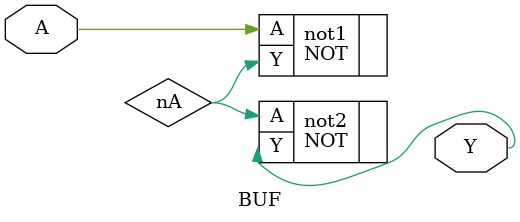
<source format=v>
`include "../NOT/NOT.v"

module BUF(
    output Y,
    input A
);
    wire nA;
    NOT not1(
        .A(A),
        .Y(nA)
    );
    NOT not2(
        .A(nA),
        .Y(Y)
    );
endmodule
</source>
